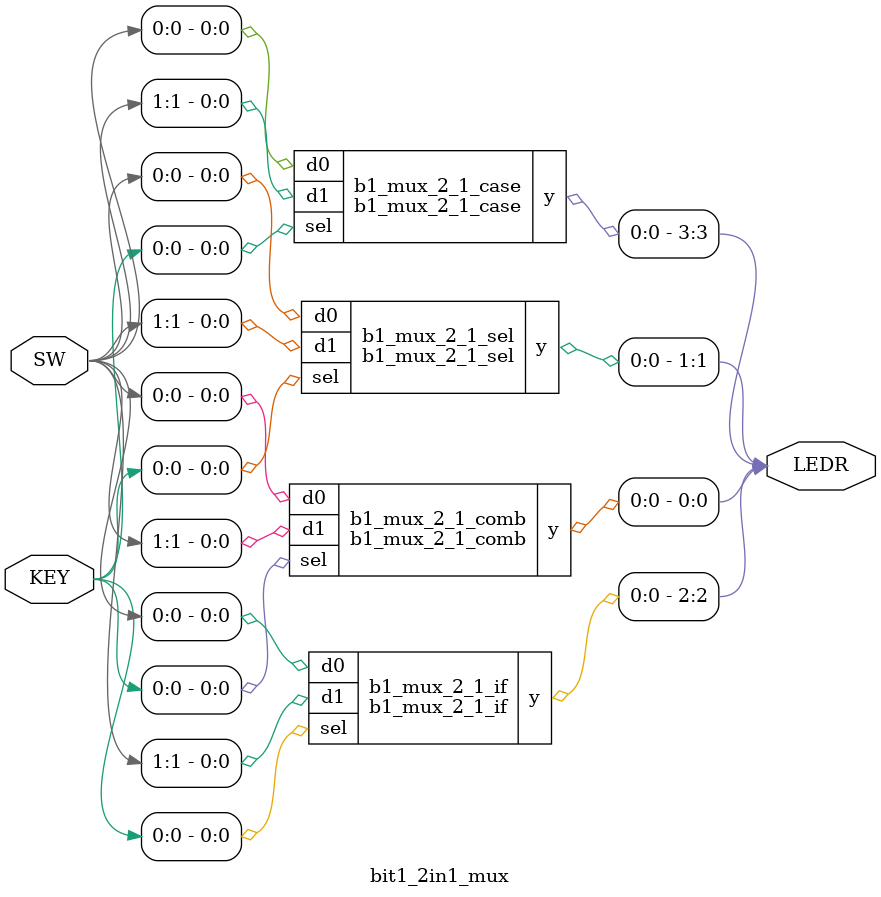
<source format=v>
module b1_mux_2_1_comb
(
    input  d0,
    input  d1,
    input  sel,
    output y
);

    assign y = (sel & d1) | ((~sel) & d0);

endmodule

module b1_mux_2_1_sel
(
    input  d0,
    input  d1,
    input  sel,
    output y
);

    assign y = sel ? d1 : d0;

endmodule

module b1_mux_2_1_if
(
    input  d0,
    input  d1,
    input  sel,
    output reg y
);
    always@(*)
    begin
        if(sel)
            y = d1;
        else 
            y = d0;
    end

endmodule

module b1_mux_2_1_case
(
    input  d0,
    input  d1,
    input  sel,
    output reg y
);
    always@(*)
    begin
        case (sel)
            0: y = d0;
            1: y = d1;
        endcase
    end

endmodule


module bit1_2in1_mux
(
    input   [ 1:0]  KEY,
    input   [ 9:0]  SW,
    output  [ 9:0]  LEDR
);

    b1_mux_2_1_comb b1_mux_2_1_comb  (SW[0], SW[1], KEY[0], LEDR[0]);
    b1_mux_2_1_sel b1_mux_2_1_sel    (SW[0], SW[1], KEY[0], LEDR[1]);
    b1_mux_2_1_if b1_mux_2_1_if      (SW[0], SW[1], KEY[0], LEDR[2]);
    b1_mux_2_1_case b1_mux_2_1_case  (SW[0], SW[1], KEY[0], LEDR[3]);

endmodule
</source>
